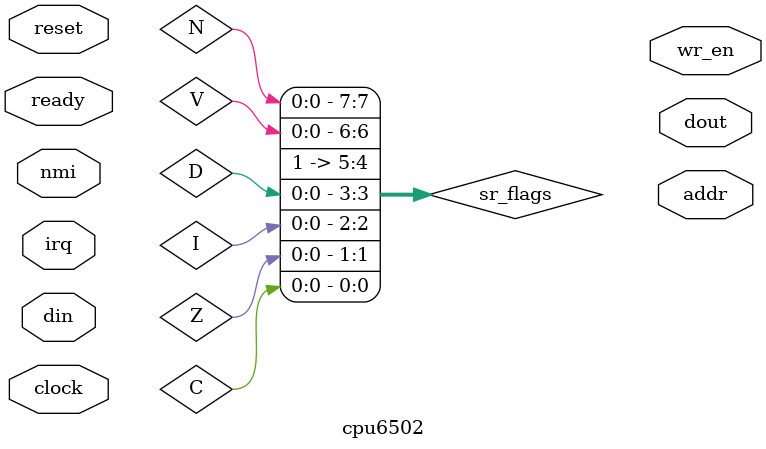
<source format=v>
module cpu6502 (
    input  wire        clock,
    input  wire [7:0]  din,
    input  wire        ready,
    input  wire        irq,
    input  wire        nmi,
    input  wire        reset,
    output reg         wr_en,
    output reg  [7:0]  dout,
    output reg  [15:0] addr
);

reg rotate;
reg shift;
reg compare;
reg inc;
reg nmi_edge;
reg nmi_hold;
reg store;
reg write_back;
reg backwards;
reg load_only;
reg cond_true;
reg adj_bcd;
reg adc_bcd;
reg adc_sbc;
reg wr_reg;
reg ld_reg;
reg reg_y;
reg bit_ins;
reg res;

reg php;
reg clc;
reg plp;
reg sec;
reg cli;
reg sei;
reg clv;
reg cld;
reg sed;

reg [7:0] AXYS[3:0];
reg [7:0] state;
reg [1:0] reg_idx;
reg [1:0] src_reg;
reg [1:0] dst_reg;
reg N;
reg V;
reg D;
reg I;
reg Z;
reg C;
wire [7:0] sr_flags = {N, V, 2'b11, D, I, Z, C};
wire [7:0] reg_val = AXYS[reg_idx];

reg        ir_hold_valid;
reg  [7:0] ir_hold;
wire [7:0] ir;
reg  [7:0] din_hold;
wire [7:0] din_mux;

reg [15:0] pc, pc_mux;
reg pc_inc;

reg [7:0]  addr_l;
reg [7:0]  addr_h;
reg [3:0]  adj;

reg [3:0] op;
reg [3:0] alu_op;
reg [7:0] alu_A;
reg [7:0] alu_B;
reg carry_in;
reg shift_right;
reg alu_shift_right;
reg HC;
reg [7:0] alu_out;
reg carry_out;
reg alu_N;
wire alu_V;
wire alu_Z;
wire alu_bcd;

parameter idx_A = 2'b00;
parameter idx_X = 2'b01;
parameter idx_Y = 2'b10;
parameter idx_S = 2'b11;

parameter OP_ADD    = 4'b0011;
parameter OP_SUB    = 4'b0111;
parameter OP_ROL    = 4'b1011;
parameter OP_OR     = 4'b1100;
parameter OP_AND    = 4'b1101;
parameter OP_EOR    = 4'b1110;
parameter OP_A      = 4'b1111;

parameter ZEROPAGE  = 8'h00;
parameter STACKPAGE = 8'h01;

parameter FETCH  = 8'b00000000;
parameter DECODE = 8'b00001000;
parameter REG    = 8'b00010000;
parameter READ   = 8'b00011000;
parameter WRITE  = 8'b00100000;
parameter abs0   = 8'b00101000;
parameter abs1   = 8'b00101001;
parameter absX0  = 8'b00110000;
parameter absX1  = 8'b00110001;
parameter absX2  = 8'b00110010;
parameter indX0  = 8'b00111000;
parameter indX1  = 8'b00111001;
parameter indX2  = 8'b00111010;
parameter indX3  = 8'b00111011;
parameter indY0  = 8'b01000000;
parameter indY1  = 8'b01000001;
parameter indY2  = 8'b01000010;
parameter indY3  = 8'b01000011;
parameter zp0    = 8'b01001000;
parameter zpX0   = 8'b01010000;
parameter zpX1   = 8'b01010001;
parameter BRA0   = 8'b01011000;
parameter BRA1   = 8'b01011001;
parameter BRA2   = 8'b01011010;
parameter BRK0   = 8'b01100000;
parameter BRK1   = 8'b01100001;
parameter BRK2   = 8'b01100010;
parameter BRK3   = 8'b01100011;
parameter JSR0   = 8'b01101000;
parameter JSR1   = 8'b01101001;
parameter JSR2   = 8'b01101010;
parameter JSR3   = 8'b01101011;
parameter JMPa0  = 8'b01110000;
parameter JMPa1  = 8'b01110001;
parameter JMPi0  = 8'b01111000;
parameter JMPi1  = 8'b01111001;
parameter RTI0   = 8'b10000000;
parameter RTI1   = 8'b10000001;
parameter RTI2   = 8'b10000010;
parameter RTI3   = 8'b10000011;
parameter RTI4   = 8'b10000100;
parameter RTS0   = 8'b10001000;
parameter RTS1   = 8'b10001001;
parameter RTS2   = 8'b10001010;
parameter RTS3   = 8'b10001011;
parameter PH0    = 8'b10010000;
parameter PH1    = 8'b10010001;
parameter PL0    = 8'b10011000;
parameter PL1    = 8'b10011001;
parameter PL2    = 8'b10011010;

`include "cpu/data_in.v"
`include "cpu/data_out.v"
`include "cpu/state_machine.v"
`include "cpu/control_signal.v"
`include "cpu/pc.v"
`include "cpu/register.v"
`include "cpu/alu_control.v"
`include "cpu/alu.v"

always @(posedge clock) begin
    $display("--------------------");
    $display("State: %b", state);
    $display("ready: %b, irq: %b, nmi: %b, reset: %b", ready, irq, nmi, reset);
    $display("Data In: %h", din);
    $display("wr_en: %b, addr: %h, Data Out: %h", wr_en, addr, dout);
    $display("PC: %h, IR: %h %b", pc, ir, ir); 
    $display("A: %h, X: %h, Y: %h, S: %h", AXYS[0], AXYS[1], AXYS[2], AXYS[3]);
    $display("====================");
end

endmodule

</source>
